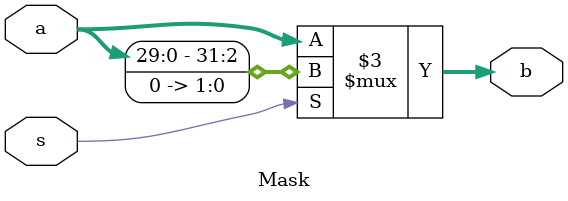
<source format=v>
`timescale 1ns / 1ns

module Mask(a,b,s);

input [31:0] a;
output [31:0] b;
input s;

assign b = (s == 1'b1) ? a<<2 : a;

endmodule

</source>
